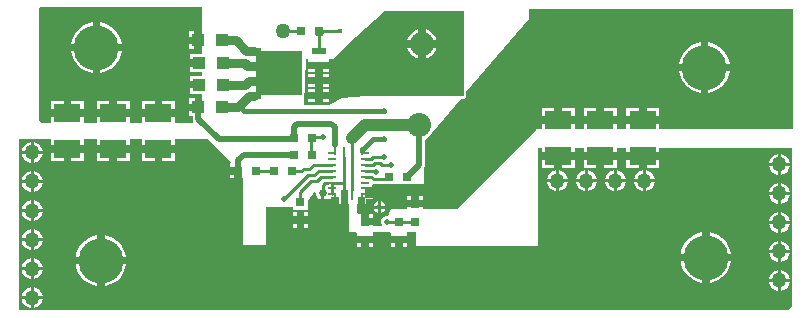
<source format=gtl>
G04*
G04 #@! TF.GenerationSoftware,Altium Limited,Altium Designer,23.0.1 (38)*
G04*
G04 Layer_Physical_Order=1*
G04 Layer_Color=255*
%FSLAX44Y44*%
%MOMM*%
G71*
G04*
G04 #@! TF.SameCoordinates,61B169D7-A8E7-49CF-968D-BC901533A6F8*
G04*
G04*
G04 #@! TF.FilePolarity,Positive*
G04*
G01*
G75*
%ADD11C,0.3810*%
%ADD17C,0.2540*%
%ADD18R,0.8000X0.8000*%
%ADD19R,0.2500X0.6750*%
%ADD20R,0.8000X0.2500*%
%ADD21R,0.2500X1.8000*%
%ADD22R,1.2700X0.6096*%
%ADD23R,3.9116X3.8100*%
%ADD24R,0.8000X0.8000*%
%ADD25R,1.0000X1.0000*%
%ADD41R,2.3000X1.5000*%
%ADD42C,0.5080*%
%ADD43C,0.2286*%
%ADD44C,0.7620*%
%ADD45C,1.0160*%
%ADD46C,3.8100*%
%ADD47C,2.0320*%
%ADD48C,0.6350*%
%ADD49C,0.5080*%
%ADD50C,1.2700*%
%ADD51C,0.3810*%
G36*
X383893Y253612D02*
Y181956D01*
X301667Y181956D01*
X280635Y180134D01*
X270273Y173871D01*
X250045Y173864D01*
X249159Y174774D01*
X250188Y212814D01*
X252599D01*
Y210777D01*
X261489D01*
X270379D01*
Y212814D01*
X273278D01*
X285234Y224770D01*
X317482Y253634D01*
X383870D01*
X383893Y253612D01*
D02*
G37*
G36*
X162687Y236531D02*
X162314D01*
Y228991D01*
Y221451D01*
X162687D01*
Y217179D01*
X151992D01*
Y212814D01*
X159532D01*
Y206464D01*
X151992D01*
Y202099D01*
X162687D01*
Y198883D01*
X151995D01*
Y194518D01*
X159535D01*
Y188168D01*
X151995D01*
Y183803D01*
X162687D01*
Y179686D01*
X162544D01*
Y172146D01*
X159368D01*
Y168971D01*
X151828D01*
Y164606D01*
X154521D01*
Y162502D01*
X154896Y160619D01*
X155203Y160160D01*
X154524Y158890D01*
X139516D01*
Y164404D01*
X125476D01*
X111436D01*
Y158890D01*
X101261D01*
Y164381D01*
X87221D01*
X73181D01*
Y158890D01*
X62572D01*
Y164381D01*
X48532D01*
X34492D01*
Y158890D01*
X26980D01*
X24701Y161168D01*
X24251Y255950D01*
X25147Y256850D01*
X162687D01*
Y236531D01*
D02*
G37*
G36*
X662937Y153500D02*
X549757D01*
Y158433D01*
X535717D01*
X521676D01*
Y153500D01*
X513658D01*
Y158433D01*
X499618D01*
X485578D01*
Y153500D01*
X478080D01*
Y158435D01*
X464040D01*
X450000D01*
Y153500D01*
X445544D01*
X445540Y153298D01*
X378511Y86269D01*
X349320D01*
Y87566D01*
X336240D01*
Y86269D01*
X322702D01*
X319791Y80328D01*
X318125D01*
X316351Y79593D01*
X314993Y78235D01*
X314258Y76461D01*
Y74542D01*
X314993Y72768D01*
X314464Y71501D01*
X306828D01*
Y72326D01*
X300288D01*
Y75501D01*
X297113D01*
Y82042D01*
X294911D01*
X293666Y83278D01*
X293815Y90452D01*
X294373D01*
Y96367D01*
X300298D01*
Y101667D01*
D01*
Y104956D01*
X306585D01*
Y106667D01*
X306838D01*
Y106924D01*
X350676D01*
Y121472D01*
X350875Y121769D01*
X351250Y123652D01*
Y144030D01*
X354505Y147826D01*
X356288Y149609D01*
X356812Y150516D01*
X381775Y179625D01*
X383893D01*
X384785Y179802D01*
X385541Y180308D01*
X386046Y181064D01*
X386223Y181956D01*
Y184813D01*
X439273Y246673D01*
Y255366D01*
X662937D01*
Y153500D01*
D02*
G37*
G36*
X34492Y145250D02*
Y140251D01*
X48532D01*
X62572D01*
Y145250D01*
X73181D01*
Y140251D01*
X87221D01*
X101261D01*
Y145250D01*
X111436D01*
Y140274D01*
X125476D01*
X139516D01*
Y145250D01*
X167295Y145250D01*
X186924Y126072D01*
X186500Y125032D01*
X186500D01*
Y121667D01*
X193040D01*
Y118492D01*
X196215D01*
Y111952D01*
X197040D01*
Y55781D01*
X216408Y55685D01*
X216408Y88126D01*
X239390D01*
Y85624D01*
X251962D01*
Y92653D01*
X256773Y98492D01*
X257679Y100253D01*
X258949Y99946D01*
Y98657D01*
X259819Y96556D01*
X261427Y94948D01*
X263394Y94134D01*
Y99793D01*
X265934D01*
Y94134D01*
X267307Y94702D01*
X271258D01*
Y90452D01*
X271873D01*
Y96367D01*
X278223D01*
Y90452D01*
X278838Y90452D01*
Y90452D01*
X279258D01*
Y90452D01*
X279873D01*
Y101992D01*
X285672D01*
X285762Y101541D01*
Y90706D01*
X286223D01*
Y90452D01*
X286738D01*
X286973Y66815D01*
X292484D01*
X293748Y65545D01*
Y63436D01*
X300288D01*
X306828D01*
Y66802D01*
X308093Y66815D01*
X321535Y66815D01*
X322799Y65545D01*
Y63436D01*
X335879D01*
Y66802D01*
X337143Y66815D01*
X343276D01*
Y55062D01*
X447185Y54552D01*
Y137455D01*
X450000D01*
Y134305D01*
X464040D01*
X478080D01*
Y137455D01*
X485578D01*
Y134303D01*
X499618D01*
X513658D01*
Y137455D01*
X521676D01*
Y134303D01*
X535717D01*
X549757D01*
Y137455D01*
X661716D01*
Y3292D01*
X658678Y254D01*
X7816D01*
Y145250D01*
X34492Y145250D01*
D02*
G37*
%LPC*%
G36*
X351716Y238291D02*
Y229169D01*
X360839D01*
X360376Y230896D01*
X358704Y233792D01*
X356339Y236157D01*
X353443Y237829D01*
X351716Y238291D01*
D02*
G37*
G36*
X345366D02*
X343639Y237829D01*
X340743Y236157D01*
X338379Y233792D01*
X336707Y230896D01*
X336244Y229169D01*
X345366D01*
Y238291D01*
D02*
G37*
G36*
X360839Y222819D02*
X351716D01*
Y213697D01*
X353443Y214160D01*
X356339Y215831D01*
X358704Y218196D01*
X360376Y221092D01*
X360839Y222819D01*
D02*
G37*
G36*
X345366D02*
X336244D01*
X336707Y221092D01*
X338379Y218196D01*
X340743Y215831D01*
X343639Y214160D01*
X345366Y213697D01*
Y222819D01*
D02*
G37*
G36*
X270379Y204427D02*
X264664D01*
Y202014D01*
X270379D01*
Y204427D01*
D02*
G37*
G36*
X258314D02*
X252599D01*
Y202014D01*
X258314D01*
Y204427D01*
D02*
G37*
G36*
X270379Y200490D02*
X264664D01*
Y198077D01*
X270379D01*
Y200490D01*
D02*
G37*
G36*
X258314D02*
X252599D01*
Y198077D01*
X258314D01*
Y200490D01*
D02*
G37*
G36*
X270379Y191727D02*
X264664D01*
Y189314D01*
X270379D01*
Y191727D01*
D02*
G37*
G36*
X258314D02*
X252599D01*
Y189314D01*
X258314D01*
Y191727D01*
D02*
G37*
G36*
X270379Y187790D02*
X264664D01*
Y185377D01*
X270379D01*
Y187790D01*
D02*
G37*
G36*
X258314D02*
X252599D01*
Y185377D01*
X258314D01*
Y187790D01*
D02*
G37*
G36*
X270379Y179027D02*
X264664D01*
Y176614D01*
X270379D01*
Y179027D01*
D02*
G37*
G36*
X258314D02*
X252599D01*
Y176614D01*
X258314D01*
Y179027D01*
D02*
G37*
G36*
X155964Y236531D02*
X151599D01*
Y232166D01*
X155964D01*
Y236531D01*
D02*
G37*
G36*
X76175Y244061D02*
Y225854D01*
X94381D01*
X93760Y228977D01*
X92132Y232906D01*
X89770Y236442D01*
X86762Y239449D01*
X83226Y241812D01*
X79297Y243440D01*
X76175Y244061D01*
D02*
G37*
G36*
X69825D02*
X66702Y243440D01*
X62773Y241812D01*
X59237Y239449D01*
X56230Y236442D01*
X53867Y232906D01*
X52239Y228977D01*
X51618Y225854D01*
X69825D01*
Y244061D01*
D02*
G37*
G36*
X155964Y225816D02*
X151599D01*
Y221451D01*
X155964D01*
Y225816D01*
D02*
G37*
G36*
X94381Y219504D02*
X76175D01*
Y201298D01*
X79297Y201919D01*
X83226Y203547D01*
X86762Y205909D01*
X89770Y208916D01*
X92132Y212453D01*
X93760Y216382D01*
X94381Y219504D01*
D02*
G37*
G36*
X69825D02*
X51618D01*
X52239Y216382D01*
X53867Y212453D01*
X56230Y208916D01*
X59237Y205909D01*
X62773Y203547D01*
X66702Y201919D01*
X69825Y201298D01*
Y219504D01*
D02*
G37*
G36*
X156194Y179686D02*
X151828D01*
Y175321D01*
X156194D01*
Y179686D01*
D02*
G37*
G36*
X139516Y177619D02*
X128651D01*
Y170754D01*
X139516D01*
Y177619D01*
D02*
G37*
G36*
X122301D02*
X111436D01*
Y170754D01*
X122301D01*
Y177619D01*
D02*
G37*
G36*
X101261Y177596D02*
X90396D01*
Y170731D01*
X101261D01*
Y177596D01*
D02*
G37*
G36*
X62572D02*
X51707D01*
Y170731D01*
X62572D01*
Y177596D01*
D02*
G37*
G36*
X84046D02*
X73181D01*
Y170731D01*
X84046D01*
Y177596D01*
D02*
G37*
G36*
X45357D02*
X34492D01*
Y170731D01*
X45357D01*
Y177596D01*
D02*
G37*
G36*
X590961Y227167D02*
Y208961D01*
X609168D01*
X608547Y212083D01*
X606919Y216012D01*
X604557Y219549D01*
X601549Y222556D01*
X598013Y224918D01*
X594084Y226546D01*
X590961Y227167D01*
D02*
G37*
G36*
X584612D02*
X581489Y226546D01*
X577560Y224918D01*
X574024Y222556D01*
X571016Y219549D01*
X568654Y216012D01*
X567026Y212083D01*
X566405Y208961D01*
X584612D01*
Y227167D01*
D02*
G37*
G36*
X609168Y202611D02*
X590961D01*
Y184404D01*
X594084Y185025D01*
X598013Y186653D01*
X601549Y189016D01*
X604557Y192023D01*
X606919Y195559D01*
X608547Y199488D01*
X609168Y202611D01*
D02*
G37*
G36*
X584612D02*
X566405D01*
X567026Y199488D01*
X568654Y195559D01*
X571016Y192023D01*
X574024Y189016D01*
X577560Y186653D01*
X581489Y185025D01*
X584612Y184404D01*
Y202611D01*
D02*
G37*
G36*
X478080Y171650D02*
X467215D01*
Y164785D01*
X478080D01*
Y171650D01*
D02*
G37*
G36*
X460865D02*
X450000D01*
Y164785D01*
X460865D01*
Y171650D01*
D02*
G37*
G36*
X549757Y171647D02*
X538891D01*
Y164783D01*
X549757D01*
Y171647D01*
D02*
G37*
G36*
X513658D02*
X502793D01*
Y164783D01*
X513658D01*
Y171647D01*
D02*
G37*
G36*
X532542D02*
X521676D01*
Y164783D01*
X532542D01*
Y171647D01*
D02*
G37*
G36*
X496443D02*
X485578D01*
Y164783D01*
X496443D01*
Y171647D01*
D02*
G37*
G36*
X349320Y97282D02*
X345955D01*
Y93917D01*
X349320D01*
Y97282D01*
D02*
G37*
G36*
X339605D02*
X336240D01*
Y93917D01*
X339605D01*
Y97282D01*
D02*
G37*
G36*
X306838Y95317D02*
X300723D01*
Y90452D01*
X301338D01*
Y94702D01*
X306838D01*
Y95317D01*
D02*
G37*
G36*
X313952Y92646D02*
Y88943D01*
X317654D01*
X316988Y90551D01*
X315559Y91980D01*
X313952Y92646D01*
D02*
G37*
G36*
X311412D02*
X309804Y91980D01*
X308375Y90551D01*
X307709Y88943D01*
X311412D01*
Y92646D01*
D02*
G37*
G36*
X317654Y86403D02*
X313952D01*
Y82701D01*
X315559Y83367D01*
X316988Y84796D01*
X317654Y86403D01*
D02*
G37*
G36*
X311412D02*
X307709D01*
X308375Y84796D01*
X309804Y83367D01*
X311412Y82701D01*
Y86403D01*
D02*
G37*
G36*
X306828Y82042D02*
X303463D01*
Y78677D01*
X306828D01*
Y82042D01*
D02*
G37*
G36*
X19855Y142874D02*
Y135280D01*
X27448D01*
X26869Y137442D01*
X25699Y139469D01*
X24044Y141124D01*
X22017Y142295D01*
X19855Y142874D01*
D02*
G37*
G36*
X17315D02*
X15154Y142295D01*
X13127Y141124D01*
X11471Y139469D01*
X10301Y137442D01*
X9722Y135280D01*
X17315D01*
Y142874D01*
D02*
G37*
G36*
X139516Y133924D02*
X128651D01*
Y127059D01*
X139516D01*
Y133924D01*
D02*
G37*
G36*
X122301D02*
X111436D01*
Y127059D01*
X122301D01*
Y133924D01*
D02*
G37*
G36*
X101261Y133901D02*
X90396D01*
Y127036D01*
X101261D01*
Y133901D01*
D02*
G37*
G36*
X84046D02*
X73181D01*
Y127036D01*
X84046D01*
Y133901D01*
D02*
G37*
G36*
X62572D02*
X51707D01*
Y127036D01*
X62572D01*
Y133901D01*
D02*
G37*
G36*
X45357D02*
X34492D01*
Y127036D01*
X45357D01*
Y133901D01*
D02*
G37*
G36*
X652628Y132825D02*
Y125232D01*
X660221D01*
X659642Y127394D01*
X658471Y129421D01*
X656816Y131076D01*
X654789Y132246D01*
X652628Y132825D01*
D02*
G37*
G36*
X650088D02*
X647926Y132246D01*
X645899Y131076D01*
X644244Y129421D01*
X643073Y127394D01*
X642494Y125232D01*
X650088D01*
Y132825D01*
D02*
G37*
G36*
X27448Y132740D02*
X19855D01*
Y125147D01*
X22017Y125726D01*
X24044Y126897D01*
X25699Y128552D01*
X26869Y130579D01*
X27448Y132740D01*
D02*
G37*
G36*
X17315D02*
X9722D01*
X10301Y130579D01*
X11471Y128552D01*
X13127Y126897D01*
X15154Y125726D01*
X17315Y125147D01*
Y132740D01*
D02*
G37*
G36*
X478080Y127955D02*
X467215D01*
Y121090D01*
X478080D01*
Y127955D01*
D02*
G37*
G36*
X460865D02*
X450000D01*
Y121090D01*
X460865D01*
Y127955D01*
D02*
G37*
G36*
X549757Y127952D02*
X538891D01*
Y121088D01*
X549757D01*
Y127952D01*
D02*
G37*
G36*
X532542D02*
X521676D01*
Y121088D01*
X532542D01*
Y127952D01*
D02*
G37*
G36*
X513658D02*
X502793D01*
Y121088D01*
X513658D01*
Y127952D01*
D02*
G37*
G36*
X496443D02*
X485578D01*
Y121088D01*
X496443D01*
Y127952D01*
D02*
G37*
G36*
X660221Y122692D02*
X652628D01*
Y115099D01*
X654789Y115678D01*
X656816Y116848D01*
X658471Y118504D01*
X659642Y120531D01*
X660221Y122692D01*
D02*
G37*
G36*
X650088D02*
X642494D01*
X643073Y120531D01*
X644244Y118504D01*
X645899Y116848D01*
X647926Y115678D01*
X650088Y115099D01*
Y122692D01*
D02*
G37*
G36*
X189865Y115317D02*
X186500D01*
Y111952D01*
X189865D01*
Y115317D01*
D02*
G37*
G36*
X538320Y118932D02*
Y111339D01*
X545913D01*
X545334Y113500D01*
X544164Y115527D01*
X542509Y117182D01*
X540481Y118353D01*
X538320Y118932D01*
D02*
G37*
G36*
X535780D02*
X533619Y118353D01*
X531591Y117182D01*
X529936Y115527D01*
X528766Y113500D01*
X528187Y111339D01*
X535780D01*
Y118932D01*
D02*
G37*
G36*
X513728D02*
Y111339D01*
X521321D01*
X520742Y113500D01*
X519571Y115527D01*
X517916Y117182D01*
X515889Y118353D01*
X513728Y118932D01*
D02*
G37*
G36*
X511188D02*
X509026Y118353D01*
X506999Y117182D01*
X505344Y115527D01*
X504174Y113500D01*
X503594Y111339D01*
X511188D01*
Y118932D01*
D02*
G37*
G36*
X489135D02*
Y111339D01*
X496729D01*
X496150Y113500D01*
X494979Y115527D01*
X493324Y117182D01*
X491297Y118353D01*
X489135Y118932D01*
D02*
G37*
G36*
X486595D02*
X484434Y118353D01*
X482407Y117182D01*
X480752Y115527D01*
X479581Y113500D01*
X479002Y111339D01*
X486595D01*
Y118932D01*
D02*
G37*
G36*
X464543D02*
Y111339D01*
X472136D01*
X471557Y113500D01*
X470387Y115527D01*
X468732Y117182D01*
X466705Y118353D01*
X464543Y118932D01*
D02*
G37*
G36*
X462003D02*
X459842Y118353D01*
X457815Y117182D01*
X456159Y115527D01*
X454989Y113500D01*
X454410Y111339D01*
X462003D01*
Y118932D01*
D02*
G37*
G36*
X19855Y118281D02*
Y110688D01*
X27448D01*
X26869Y112850D01*
X25699Y114877D01*
X24044Y116532D01*
X22017Y117702D01*
X19855Y118281D01*
D02*
G37*
G36*
X17315D02*
X15154Y117702D01*
X13127Y116532D01*
X11471Y114877D01*
X10301Y112850D01*
X9722Y110688D01*
X17315D01*
Y118281D01*
D02*
G37*
G36*
X545913Y108799D02*
X538320D01*
Y101205D01*
X540481Y101784D01*
X542509Y102955D01*
X544164Y104610D01*
X545334Y106637D01*
X545913Y108799D01*
D02*
G37*
G36*
X535780D02*
X528187D01*
X528766Y106637D01*
X529936Y104610D01*
X531591Y102955D01*
X533619Y101784D01*
X535780Y101205D01*
Y108799D01*
D02*
G37*
G36*
X521321D02*
X513728D01*
Y101205D01*
X515889Y101784D01*
X517916Y102955D01*
X519571Y104610D01*
X520742Y106637D01*
X521321Y108799D01*
D02*
G37*
G36*
X511188D02*
X503594D01*
X504174Y106637D01*
X505344Y104610D01*
X506999Y102955D01*
X509026Y101784D01*
X511188Y101205D01*
Y108799D01*
D02*
G37*
G36*
X496729D02*
X489135D01*
Y101205D01*
X491297Y101784D01*
X493324Y102955D01*
X494979Y104610D01*
X496150Y106637D01*
X496729Y108799D01*
D02*
G37*
G36*
X486595D02*
X479002D01*
X479581Y106637D01*
X480752Y104610D01*
X482407Y102955D01*
X484434Y101784D01*
X486595Y101205D01*
Y108799D01*
D02*
G37*
G36*
X472136D02*
X464543D01*
Y101205D01*
X466705Y101784D01*
X468732Y102955D01*
X470387Y104610D01*
X471557Y106637D01*
X472136Y108799D01*
D02*
G37*
G36*
X462003D02*
X454410D01*
X454989Y106637D01*
X456159Y104610D01*
X457815Y102955D01*
X459842Y101784D01*
X462003Y101205D01*
Y108799D01*
D02*
G37*
G36*
X652628Y108233D02*
Y100640D01*
X660221D01*
X659642Y102801D01*
X658471Y104829D01*
X656816Y106484D01*
X654789Y107654D01*
X652628Y108233D01*
D02*
G37*
G36*
X650088D02*
X647926Y107654D01*
X645899Y106484D01*
X644244Y104829D01*
X643073Y102801D01*
X642494Y100640D01*
X650088D01*
Y108233D01*
D02*
G37*
G36*
X27448Y108148D02*
X19855D01*
Y100555D01*
X22017Y101134D01*
X24044Y102304D01*
X25699Y103960D01*
X26869Y105987D01*
X27448Y108148D01*
D02*
G37*
G36*
X17315D02*
X9722D01*
X10301Y105987D01*
X11471Y103960D01*
X13127Y102304D01*
X15154Y101134D01*
X17315Y100555D01*
Y108148D01*
D02*
G37*
G36*
X660221Y98100D02*
X652628D01*
Y90507D01*
X654789Y91086D01*
X656816Y92256D01*
X658471Y93911D01*
X659642Y95939D01*
X660221Y98100D01*
D02*
G37*
G36*
X650088D02*
X642494D01*
X643073Y95939D01*
X644244Y93911D01*
X645899Y92256D01*
X647926Y91086D01*
X650088Y90507D01*
Y98100D01*
D02*
G37*
G36*
X19855Y93689D02*
Y86096D01*
X27448D01*
X26869Y88257D01*
X25699Y90284D01*
X24044Y91940D01*
X22017Y93110D01*
X19855Y93689D01*
D02*
G37*
G36*
X17315D02*
X15154Y93110D01*
X13127Y91940D01*
X11471Y90284D01*
X10301Y88257D01*
X9722Y86096D01*
X17315D01*
Y93689D01*
D02*
G37*
G36*
X252216Y83210D02*
X248851D01*
Y79845D01*
X252216D01*
Y83210D01*
D02*
G37*
G36*
X242501D02*
X239136D01*
Y79845D01*
X242501D01*
Y83210D01*
D02*
G37*
G36*
X652628Y83641D02*
Y76048D01*
X660221D01*
X659642Y78209D01*
X658471Y80236D01*
X656816Y81891D01*
X654789Y83062D01*
X652628Y83641D01*
D02*
G37*
G36*
X650088D02*
X647926Y83062D01*
X645899Y81891D01*
X644244Y80236D01*
X643073Y78209D01*
X642494Y76048D01*
X650088D01*
Y83641D01*
D02*
G37*
G36*
X27448Y83556D02*
X19855D01*
Y75963D01*
X22017Y76542D01*
X24044Y77712D01*
X25699Y79367D01*
X26869Y81394D01*
X27448Y83556D01*
D02*
G37*
G36*
X17315D02*
X9722D01*
X10301Y81394D01*
X11471Y79367D01*
X13127Y77712D01*
X15154Y76542D01*
X17315Y75963D01*
Y83556D01*
D02*
G37*
G36*
X252216Y73495D02*
X248851D01*
Y70130D01*
X252216D01*
Y73495D01*
D02*
G37*
G36*
X242501D02*
X239136D01*
Y70130D01*
X242501D01*
Y73495D01*
D02*
G37*
G36*
X660221Y73508D02*
X652628D01*
Y65914D01*
X654789Y66493D01*
X656816Y67664D01*
X658471Y69319D01*
X659642Y71346D01*
X660221Y73508D01*
D02*
G37*
G36*
X650088D02*
X642494D01*
X643073Y71346D01*
X644244Y69319D01*
X645899Y67664D01*
X647926Y66493D01*
X650088Y65914D01*
Y73508D01*
D02*
G37*
G36*
X19855Y69097D02*
Y61504D01*
X27448D01*
X26869Y63665D01*
X25699Y65692D01*
X24044Y67347D01*
X22017Y68518D01*
X19855Y69097D01*
D02*
G37*
G36*
X17315D02*
X15154Y68518D01*
X13127Y67347D01*
X11471Y65692D01*
X10301Y63665D01*
X9722Y61504D01*
X17315D01*
Y69097D01*
D02*
G37*
G36*
X335879Y57087D02*
X332514D01*
Y53721D01*
X335879D01*
Y54198D01*
D01*
Y57087D01*
D02*
G37*
G36*
X326164D02*
X322799D01*
Y55163D01*
D01*
Y53721D01*
X326164D01*
Y57087D01*
D02*
G37*
G36*
X306828D02*
X303463D01*
Y53721D01*
X306828D01*
Y54341D01*
D01*
Y57087D01*
D02*
G37*
G36*
X297113D02*
X293748D01*
Y55305D01*
D01*
Y53721D01*
X297113D01*
Y57087D01*
D02*
G37*
G36*
X652628Y59049D02*
Y51455D01*
X660221D01*
X659642Y53617D01*
X658471Y55644D01*
X656816Y57299D01*
X654789Y58470D01*
X652628Y59049D01*
D02*
G37*
G36*
X650088D02*
X647926Y58470D01*
X645899Y57299D01*
X644244Y55644D01*
X643073Y53617D01*
X642494Y51455D01*
X650088D01*
Y59049D01*
D02*
G37*
G36*
X27448Y58964D02*
X19855D01*
Y51370D01*
X22017Y51949D01*
X24044Y53120D01*
X25699Y54775D01*
X26869Y56802D01*
X27448Y58964D01*
D02*
G37*
G36*
X17315D02*
X9722D01*
X10301Y56802D01*
X11471Y54775D01*
X13127Y53120D01*
X15154Y51949D01*
X17315Y51370D01*
Y58964D01*
D02*
G37*
G36*
X592183Y66301D02*
Y48095D01*
X610390D01*
X609768Y51217D01*
X608141Y55147D01*
X605778Y58683D01*
X602771Y61690D01*
X599235Y64053D01*
X595306Y65680D01*
X592183Y66301D01*
D02*
G37*
G36*
X585833D02*
X582711Y65680D01*
X578782Y64053D01*
X575245Y61690D01*
X572238Y58683D01*
X569875Y55147D01*
X568248Y51217D01*
X567627Y48095D01*
X585833D01*
Y66301D01*
D02*
G37*
G36*
X79949Y63693D02*
Y45486D01*
X98155D01*
X97534Y48609D01*
X95907Y52538D01*
X93544Y56074D01*
X90537Y59081D01*
X87001Y61444D01*
X83072Y63072D01*
X79949Y63693D01*
D02*
G37*
G36*
X73599D02*
X70476Y63072D01*
X66547Y61444D01*
X63011Y59081D01*
X60004Y56074D01*
X57641Y52538D01*
X56014Y48609D01*
X55393Y45486D01*
X73599D01*
Y63693D01*
D02*
G37*
G36*
X660221Y48915D02*
X652628D01*
Y41322D01*
X654789Y41901D01*
X656816Y43071D01*
X658471Y44727D01*
X659642Y46754D01*
X660221Y48915D01*
D02*
G37*
G36*
X650088D02*
X642494D01*
X643073Y46754D01*
X644244Y44727D01*
X645899Y43071D01*
X647926Y41901D01*
X650088Y41322D01*
Y48915D01*
D02*
G37*
G36*
X19855Y44505D02*
Y36911D01*
X27448D01*
X26869Y39073D01*
X25699Y41100D01*
X24044Y42755D01*
X22017Y43925D01*
X19855Y44505D01*
D02*
G37*
G36*
X17315D02*
X15154Y43925D01*
X13127Y42755D01*
X11471Y41100D01*
X10301Y39073D01*
X9722Y36911D01*
X17315D01*
Y44505D01*
D02*
G37*
G36*
X652628Y34456D02*
Y26863D01*
X660221D01*
X659642Y29025D01*
X658471Y31052D01*
X656816Y32707D01*
X654789Y33877D01*
X652628Y34456D01*
D02*
G37*
G36*
X650088D02*
X647926Y33877D01*
X645899Y32707D01*
X644244Y31052D01*
X643073Y29025D01*
X642494Y26863D01*
X650088D01*
Y34456D01*
D02*
G37*
G36*
X27448Y34371D02*
X19855D01*
Y26778D01*
X22017Y27357D01*
X24044Y28528D01*
X25699Y30183D01*
X26869Y32210D01*
X27448Y34371D01*
D02*
G37*
G36*
X17315D02*
X9722D01*
X10301Y32210D01*
X11471Y30183D01*
X13127Y28528D01*
X15154Y27357D01*
X17315Y26778D01*
Y34371D01*
D02*
G37*
G36*
X610390Y41745D02*
X592183D01*
Y23538D01*
X595306Y24160D01*
X599235Y25787D01*
X602771Y28150D01*
X605778Y31157D01*
X608141Y34693D01*
X609768Y38622D01*
X610390Y41745D01*
D02*
G37*
G36*
X585833D02*
X567627D01*
X568248Y38622D01*
X569875Y34693D01*
X572238Y31157D01*
X575245Y28150D01*
X578782Y25787D01*
X582711Y24160D01*
X585833Y23538D01*
Y41745D01*
D02*
G37*
G36*
X98155Y39136D02*
X79949D01*
Y20930D01*
X83072Y21551D01*
X87001Y23179D01*
X90537Y25541D01*
X93544Y28549D01*
X95907Y32085D01*
X97534Y36014D01*
X98155Y39136D01*
D02*
G37*
G36*
X73599D02*
X55393D01*
X56014Y36014D01*
X57641Y32085D01*
X60004Y28549D01*
X63011Y25541D01*
X66547Y23179D01*
X70476Y21551D01*
X73599Y20930D01*
Y39136D01*
D02*
G37*
G36*
X660221Y24323D02*
X652628D01*
Y16730D01*
X654789Y17309D01*
X656816Y18479D01*
X658471Y20134D01*
X659642Y22162D01*
X660221Y24323D01*
D02*
G37*
G36*
X650088D02*
X642494D01*
X643073Y22162D01*
X644244Y20134D01*
X645899Y18479D01*
X647926Y17309D01*
X650088Y16730D01*
Y24323D01*
D02*
G37*
G36*
X19855Y19912D02*
Y12319D01*
X27448D01*
X26869Y14480D01*
X25699Y16508D01*
X24044Y18163D01*
X22017Y19333D01*
X19855Y19912D01*
D02*
G37*
G36*
X17315D02*
X15154Y19333D01*
X13127Y18163D01*
X11471Y16508D01*
X10301Y14480D01*
X9722Y12319D01*
X17315D01*
Y19912D01*
D02*
G37*
G36*
X27448Y9779D02*
X19855D01*
Y2186D01*
X22017Y2765D01*
X24044Y3935D01*
X25699Y5590D01*
X26869Y7618D01*
X27448Y9779D01*
D02*
G37*
G36*
X17315D02*
X9722D01*
X10301Y7618D01*
X11471Y5590D01*
X13127Y3935D01*
X15154Y2765D01*
X17315Y2186D01*
Y9779D01*
D02*
G37*
%LPD*%
D11*
X298193Y137087D02*
X299008D01*
X307282Y145361D02*
X316929D01*
X297538Y135617D02*
Y136432D01*
X298193Y137087D01*
X299008D02*
X307282Y145361D01*
X194682Y172146D02*
X197718Y169110D01*
X316929D01*
D17*
X272298Y103492D02*
Y108492D01*
Y98492D02*
Y103492D01*
X264907Y100036D02*
Y106398D01*
X267001Y108492D02*
X269148D01*
X264907Y106398D02*
X267001Y108492D01*
X231771Y94741D02*
X251797Y114768D01*
X261369Y118472D02*
X272278D01*
X248261Y119742D02*
X253341D01*
X251797Y114768D02*
X257665D01*
X272278Y123472D02*
X272298Y123492D01*
X253341Y119742D02*
X257071Y123472D01*
X257665Y114768D02*
X261369Y118472D01*
X257071Y123472D02*
X272278D01*
X247011Y118492D02*
X248261Y119742D01*
X272278Y118472D02*
X272298Y118492D01*
X239057D02*
X247011D01*
X208280D02*
X223817D01*
X283048Y108472D02*
Y129992D01*
X283028Y108492D02*
X283048Y108472D01*
X272298Y108492D02*
X283028D01*
X283048Y101992D02*
Y108472D01*
X319084Y75501D02*
X329339D01*
X254920Y144203D02*
X257733Y147016D01*
X254920Y132242D02*
Y144203D01*
X257733Y147016D02*
X265260D01*
X256270D02*
X257733D01*
X255516Y146261D02*
X256270Y147016D01*
X305587Y128512D02*
X307067Y129992D01*
X316929D01*
X307412Y123512D02*
X308642Y124742D01*
X300318Y123512D02*
X307412D01*
X313558Y124742D02*
X314808Y123492D01*
X308642Y124742D02*
X313558D01*
X300318Y128512D02*
X305587D01*
X300298Y118492D02*
X308507D01*
X309268Y117731D01*
X309956D01*
X314808Y123492D02*
X322799D01*
X300298D02*
X300318Y123512D01*
X300298Y128492D02*
X300318Y128512D01*
X289298Y101992D02*
Y146261D01*
X329339Y75501D02*
X342780D01*
X307923Y111146D02*
X318583D01*
X305735Y113298D02*
X305771D01*
X307923Y111146D01*
X300318Y113472D02*
X305561D01*
X305735Y113298D01*
X318583Y111146D02*
X320929Y113492D01*
X300298D02*
X300318Y113472D01*
X261489Y221451D02*
Y236113D01*
X261733Y236728D02*
X279256D01*
X231246Y236630D02*
X245733D01*
D18*
X336169Y113492D02*
D03*
X320929D02*
D03*
X261733Y236728D02*
D03*
X246493D02*
D03*
X255516Y132242D02*
D03*
X240276D02*
D03*
X223817Y118492D02*
D03*
X239057D02*
D03*
X208280D02*
D03*
X193040D02*
D03*
X255516Y146261D02*
D03*
X240276D02*
D03*
D19*
X275048Y96367D02*
D03*
Y135617D02*
D03*
X297538D02*
D03*
X297548Y96367D02*
D03*
D20*
X272298Y98492D02*
D03*
Y103492D02*
D03*
Y108492D02*
D03*
Y113492D02*
D03*
Y118492D02*
D03*
Y123492D02*
D03*
Y128492D02*
D03*
Y133492D02*
D03*
X300288Y133492D02*
D03*
X300298Y128492D02*
D03*
Y123492D02*
D03*
Y118492D02*
D03*
Y113492D02*
D03*
Y108492D02*
D03*
Y103492D02*
D03*
Y98492D02*
D03*
D21*
X289298Y129992D02*
D03*
X283048D02*
D03*
X289298Y101992D02*
D03*
X283048D02*
D03*
D22*
X261489Y220302D02*
D03*
Y194902D02*
D03*
Y207602D02*
D03*
Y182202D02*
D03*
X206879D02*
D03*
Y194902D02*
D03*
Y207602D02*
D03*
Y220302D02*
D03*
D23*
X227453Y201252D02*
D03*
D24*
X245676Y91910D02*
D03*
Y76670D02*
D03*
X329339Y60262D02*
D03*
Y75501D02*
D03*
X342780Y90742D02*
D03*
Y75501D02*
D03*
X300288Y60262D02*
D03*
Y75501D02*
D03*
D25*
X159139Y228991D02*
D03*
X179459D02*
D03*
X179688Y172146D02*
D03*
X159368D02*
D03*
X179852Y209639D02*
D03*
X159532D02*
D03*
X179855Y191343D02*
D03*
X159535D02*
D03*
D41*
X464040Y131130D02*
D03*
Y161610D02*
D03*
X499618Y131128D02*
D03*
Y161607D02*
D03*
X535717Y131128D02*
D03*
Y161607D02*
D03*
X48532Y137076D02*
D03*
Y167556D02*
D03*
X87221D02*
D03*
Y137076D02*
D03*
X125476Y167579D02*
D03*
Y137099D02*
D03*
D42*
X264664Y99793D02*
X264907Y100036D01*
X192531Y172146D02*
X194682D01*
X243252Y158435D02*
X272072D01*
X240276Y146261D02*
Y155459D01*
X275048Y140251D02*
Y155459D01*
X239376Y145361D02*
X240276Y146261D01*
Y155459D02*
X243252Y158435D01*
X272072D02*
X275048Y155459D01*
X193040Y127568D02*
X197714Y132242D01*
X193040Y118492D02*
Y127568D01*
X197714Y132242D02*
X240276D01*
X176582Y145361D02*
X239376D01*
X159442Y162502D02*
X176582Y145361D01*
X159368Y172146D02*
X159442Y172073D01*
Y162502D02*
Y172073D01*
X346329Y123652D02*
Y157251D01*
X336169Y113492D02*
X346329Y123652D01*
D43*
X259611Y110069D02*
X263035Y113492D01*
X272298D01*
X254920Y110069D02*
X259611D01*
X245676Y100825D02*
X254920Y110069D01*
X245676Y91910D02*
Y100825D01*
D44*
X179688Y172146D02*
X192531D01*
X202587Y182202D01*
X206879D01*
X261733Y236357D02*
Y236728D01*
X261489Y236113D02*
X261733Y236357D01*
X231148Y236728D02*
X231246Y236630D01*
X179459Y228991D02*
X190952D01*
X199642Y220302D02*
X206879D01*
X190952Y228991D02*
X199642Y220302D01*
X198492Y209639D02*
X200529Y207602D01*
X179852Y209639D02*
X198492D01*
X202000Y194902D02*
X206879D01*
X198442Y191343D02*
X202000Y194902D01*
X179855Y191343D02*
X198442D01*
X200529Y207602D02*
X206879D01*
D45*
X289298Y146261D02*
X300288Y157251D01*
X346329D01*
D46*
X73000Y222679D02*
D03*
X589008Y44920D02*
D03*
X587786Y205786D02*
D03*
X76774Y42311D02*
D03*
D47*
X346329Y157251D02*
D03*
X348541Y225994D02*
D03*
D48*
X264664Y99793D02*
D03*
D49*
X231771Y94741D02*
D03*
X316929Y169110D02*
D03*
Y145361D02*
D03*
X319084Y75501D02*
D03*
X265260Y147016D02*
D03*
X316929Y129992D02*
D03*
X309956Y117731D02*
D03*
X322799Y123492D02*
D03*
X312682Y87673D02*
D03*
D50*
X463273Y110069D02*
D03*
X512458D02*
D03*
X537050D02*
D03*
X487865D02*
D03*
X651358Y99370D02*
D03*
Y25593D02*
D03*
Y74778D02*
D03*
Y50185D02*
D03*
Y123962D02*
D03*
X18585Y109418D02*
D03*
Y134010D02*
D03*
Y11049D02*
D03*
Y60234D02*
D03*
Y35641D02*
D03*
Y84826D02*
D03*
X231148Y236728D02*
D03*
D51*
X279256D02*
D03*
M02*

</source>
